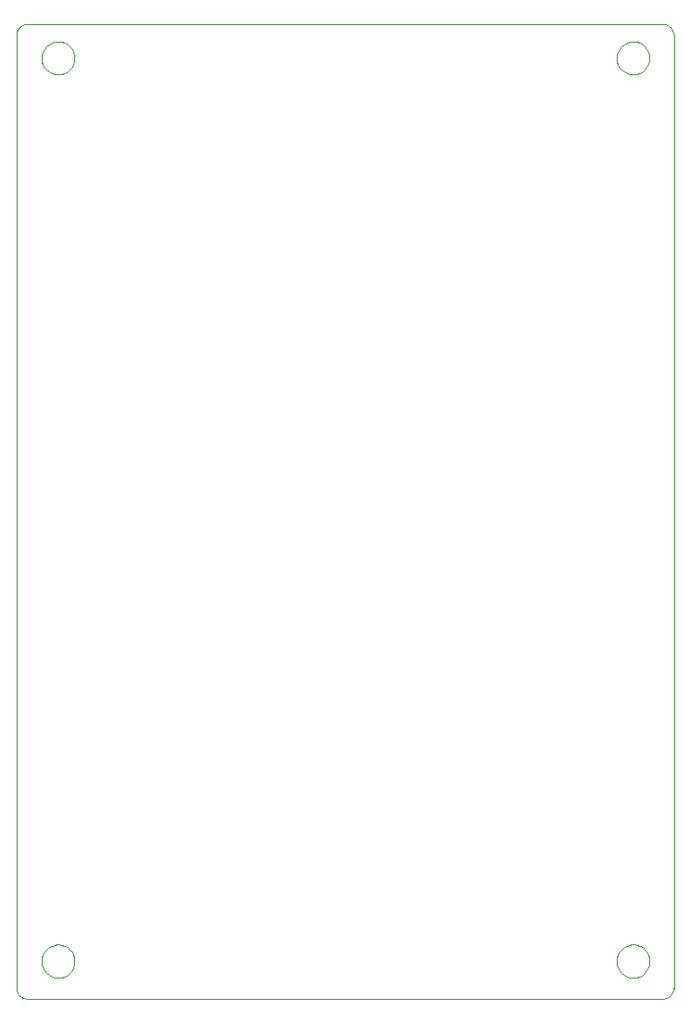
<source format=gbr>
%TF.GenerationSoftware,KiCad,Pcbnew,9.0.0*%
%TF.CreationDate,2025-03-19T15:52:08+01:00*%
%TF.ProjectId,SolarSynth_digilog,536f6c61-7253-4796-9e74-685f64696769,rev?*%
%TF.SameCoordinates,Original*%
%TF.FileFunction,Profile,NP*%
%FSLAX46Y46*%
G04 Gerber Fmt 4.6, Leading zero omitted, Abs format (unit mm)*
G04 Created by KiCad (PCBNEW 9.0.0) date 2025-03-19 15:52:08*
%MOMM*%
%LPD*%
G01*
G04 APERTURE LIST*
%TA.AperFunction,Profile*%
%ADD10C,0.050000*%
%TD*%
%TA.AperFunction,Profile*%
%ADD11C,0.100000*%
%TD*%
G04 APERTURE END LIST*
D10*
X147000000Y-118500000D02*
G75*
G02*
X146000000Y-119500000I-1000000J0D01*
G01*
X88000000Y-30500000D02*
X146000000Y-30500000D01*
X88000000Y-119500000D02*
X146000000Y-119500000D01*
X146000000Y-30500000D02*
G75*
G02*
X147000000Y-31500000I0J-1000000D01*
G01*
X87000000Y-31500000D02*
X87000000Y-118500000D01*
X88000000Y-119500000D02*
G75*
G02*
X87000000Y-118500000I0J1000000D01*
G01*
X87000000Y-31500000D02*
G75*
G02*
X88000000Y-30500000I1000000J0D01*
G01*
X147000000Y-31500000D02*
X147000000Y-118500000D01*
D11*
%TO.C,Ref\u002A\u002A*%
X89273902Y-33578410D02*
X89281682Y-33424300D01*
X89273902Y-116006750D02*
X89281682Y-115852650D01*
X89281682Y-33424300D02*
X89304522Y-33274640D01*
X89281682Y-33732520D02*
X89273902Y-33578410D01*
X89281682Y-115852650D02*
X89304522Y-115702950D01*
X89281682Y-116160850D02*
X89273902Y-116006750D01*
X89304522Y-33274640D02*
X89392352Y-32991720D01*
X89304522Y-33882170D02*
X89281682Y-33732520D01*
X89304522Y-115702950D02*
X89392352Y-115420050D01*
X89304522Y-116310450D02*
X89281682Y-116160850D01*
X89392352Y-32991720D02*
X89531322Y-32735690D01*
X89392352Y-34165100D02*
X89304522Y-33882170D01*
X89392352Y-115420050D02*
X89531322Y-115163950D01*
X89392352Y-116593450D02*
X89304522Y-116310450D01*
X89531322Y-32735690D02*
X89715372Y-32512620D01*
X89531322Y-34421130D02*
X89392352Y-34165100D01*
X89531322Y-115163950D02*
X89715372Y-114940950D01*
X89531322Y-116849450D02*
X89392352Y-116593450D01*
X89715372Y-32512620D02*
X89938442Y-32328570D01*
X89715372Y-34644200D02*
X89531322Y-34421130D01*
X89715372Y-114940950D02*
X89938442Y-114756850D01*
X89715372Y-117072550D02*
X89531322Y-116849450D01*
X89938442Y-32328570D02*
X90194472Y-32189600D01*
X89938442Y-34828250D02*
X89715372Y-34644200D01*
X89938442Y-114756850D02*
X90194472Y-114617950D01*
X89938442Y-117256550D02*
X89715372Y-117072550D01*
X90194472Y-32189600D02*
X90477392Y-32101780D01*
X90194472Y-34967220D02*
X89938442Y-34828250D01*
X90194472Y-114617950D02*
X90477392Y-114530050D01*
X90194472Y-117395550D02*
X89938442Y-117256550D01*
X90477392Y-32101780D02*
X90627052Y-32078940D01*
X90477392Y-35055040D02*
X90194472Y-34967220D01*
X90477392Y-114530050D02*
X90627052Y-114507250D01*
X90477392Y-117483350D02*
X90194472Y-117395550D01*
X90627052Y-32078940D02*
X90781162Y-32071150D01*
X90627052Y-35077880D02*
X90477392Y-35055040D01*
X90627052Y-114507250D02*
X90781162Y-114499450D01*
X90627052Y-117506150D02*
X90477392Y-117483350D01*
X90781162Y-32071150D02*
X91076582Y-32100380D01*
X90781162Y-35085660D02*
X90627052Y-35077880D01*
X90781162Y-114499450D02*
X91076582Y-114528650D01*
X90781162Y-117513950D02*
X90627052Y-117506150D01*
X91076582Y-32100380D02*
X91357962Y-32185890D01*
X91076582Y-35056430D02*
X90781162Y-35085660D01*
X91076582Y-114528650D02*
X91357962Y-114614150D01*
X91076582Y-117484750D02*
X90781162Y-117513950D01*
X91357962Y-32185890D02*
X91617382Y-32324390D01*
X91357962Y-34970930D02*
X91076582Y-35056430D01*
X91357962Y-114614150D02*
X91617382Y-114752650D01*
X91357962Y-117399250D02*
X91076582Y-117484750D01*
X91617382Y-32324390D02*
X91846952Y-32512620D01*
X91617382Y-34832430D02*
X91357962Y-34970930D01*
X91617382Y-114752650D02*
X91846952Y-114940950D01*
X91617382Y-117260750D02*
X91357962Y-117399250D01*
X91846952Y-32512620D02*
X92035182Y-32742180D01*
X91846952Y-34644200D02*
X91617382Y-34832430D01*
X91846952Y-114940950D02*
X92035182Y-115170450D01*
X91846952Y-117072550D02*
X91617382Y-117260750D01*
X92035182Y-32742180D02*
X92173682Y-33001610D01*
X92035182Y-34414630D02*
X91846952Y-34644200D01*
X92035182Y-115170450D02*
X92173682Y-115429950D01*
X92035182Y-116842950D02*
X91846952Y-117072550D01*
X92173682Y-33001610D02*
X92259182Y-33282980D01*
X92173682Y-34155210D02*
X92035182Y-34414630D01*
X92173682Y-115429950D02*
X92259182Y-115711250D01*
X92173682Y-116583550D02*
X92035182Y-116842950D01*
X92259182Y-33282980D02*
X92288412Y-33578410D01*
X92259182Y-33873830D02*
X92173682Y-34155210D01*
X92259182Y-115711250D02*
X92288412Y-116006750D01*
X92259182Y-116302150D02*
X92173682Y-116583550D01*
X92288412Y-33578410D02*
X92259182Y-33873830D01*
X92288412Y-33578410D02*
X92288412Y-33578410D01*
X92288412Y-33578410D02*
X92288412Y-33578410D01*
X92288412Y-116006750D02*
X92259182Y-116302150D01*
X92288412Y-116006750D02*
X92288412Y-116006750D01*
X92288412Y-116006750D02*
X92288412Y-116006750D01*
X141766892Y-33578410D02*
X141774592Y-33424300D01*
X141766892Y-116006750D02*
X141774592Y-115852650D01*
X141774592Y-33424300D02*
X141797492Y-33274640D01*
X141774592Y-33732520D02*
X141766892Y-33578410D01*
X141774592Y-115852650D02*
X141797492Y-115702950D01*
X141774592Y-116160850D02*
X141766892Y-116006750D01*
X141797492Y-33274640D02*
X141885292Y-32991720D01*
X141797492Y-33882170D02*
X141774592Y-33732520D01*
X141797492Y-115702950D02*
X141885292Y-115420050D01*
X141797492Y-116310450D02*
X141774592Y-116160850D01*
X141885292Y-32991720D02*
X142024292Y-32735690D01*
X141885292Y-34165100D02*
X141797492Y-33882170D01*
X141885292Y-115420050D02*
X142024292Y-115163950D01*
X141885292Y-116593450D02*
X141797492Y-116310450D01*
X142024292Y-32735690D02*
X142208292Y-32512620D01*
X142024292Y-34421130D02*
X141885292Y-34165100D01*
X142024292Y-115163950D02*
X142208292Y-114940950D01*
X142024292Y-116849450D02*
X141885292Y-116593450D01*
X142208292Y-32512620D02*
X142431392Y-32328570D01*
X142208292Y-34644200D02*
X142024292Y-34421130D01*
X142208292Y-114940950D02*
X142431392Y-114756850D01*
X142208292Y-117072550D02*
X142024292Y-116849450D01*
X142431392Y-32328570D02*
X142687392Y-32189600D01*
X142431392Y-34828250D02*
X142208292Y-34644200D01*
X142431392Y-114756850D02*
X142687392Y-114617950D01*
X142431392Y-117256550D02*
X142208292Y-117072550D01*
X142687392Y-32189600D02*
X142970292Y-32101780D01*
X142687392Y-34967220D02*
X142431392Y-34828250D01*
X142687392Y-114617950D02*
X142970292Y-114530050D01*
X142687392Y-117395550D02*
X142431392Y-117256550D01*
X142970292Y-32101780D02*
X143119992Y-32078940D01*
X142970292Y-35055040D02*
X142687392Y-34967220D01*
X142970292Y-114530050D02*
X143119992Y-114507250D01*
X142970292Y-117483350D02*
X142687392Y-117395550D01*
X143119992Y-32078940D02*
X143274092Y-32071150D01*
X143119992Y-35077880D02*
X142970292Y-35055040D01*
X143119992Y-114507250D02*
X143274092Y-114499450D01*
X143119992Y-117506150D02*
X142970292Y-117483350D01*
X143274092Y-32071150D02*
X143428192Y-32078940D01*
X143274092Y-35085660D02*
X143119992Y-35077880D01*
X143274092Y-114499450D02*
X143428192Y-114507250D01*
X143274092Y-117513950D02*
X143119992Y-117506150D01*
X143428192Y-32078940D02*
X143577892Y-32101780D01*
X143428192Y-114507250D02*
X143577892Y-114530050D01*
X143569492Y-35056430D02*
X143274092Y-35085660D01*
X143569492Y-117484750D02*
X143274092Y-117513950D01*
X143577892Y-32101780D02*
X143860792Y-32189600D01*
X143577892Y-114530050D02*
X143860792Y-114617950D01*
X143850892Y-34970930D02*
X143569492Y-35056430D01*
X143850892Y-117399250D02*
X143569492Y-117484750D01*
X143860792Y-32189600D02*
X144116792Y-32328570D01*
X143860792Y-114617950D02*
X144116792Y-114756850D01*
X144110292Y-34832430D02*
X143850892Y-34970930D01*
X144110292Y-117260750D02*
X143850892Y-117399250D01*
X144116792Y-32328570D02*
X144339892Y-32512620D01*
X144116792Y-114756850D02*
X144339892Y-114940950D01*
X144339892Y-32512620D02*
X144523892Y-32735690D01*
X144339892Y-34644200D02*
X144110292Y-34832430D01*
X144339892Y-114940950D02*
X144523892Y-115163950D01*
X144339892Y-117072550D02*
X144110292Y-117260750D01*
X144523892Y-32735690D02*
X144662892Y-32991720D01*
X144523892Y-115163950D02*
X144662892Y-115420050D01*
X144528092Y-34414630D02*
X144339892Y-34644200D01*
X144528092Y-116842950D02*
X144339892Y-117072550D01*
X144662892Y-32991720D02*
X144750692Y-33274640D01*
X144662892Y-115420050D02*
X144750692Y-115702950D01*
X144666592Y-34155210D02*
X144528092Y-34414630D01*
X144666592Y-116583550D02*
X144528092Y-116842950D01*
X144750692Y-33274640D02*
X144773592Y-33424300D01*
X144750692Y-115702950D02*
X144773592Y-115852650D01*
X144752092Y-33873830D02*
X144666592Y-34155210D01*
X144752092Y-116302150D02*
X144666592Y-116583550D01*
X144773592Y-33424300D02*
X144781392Y-33578410D01*
X144773592Y-115852650D02*
X144781392Y-116006750D01*
X144781392Y-33578410D02*
X144752092Y-33873830D01*
X144781392Y-33578410D02*
X144781392Y-33578410D01*
X144781392Y-33578410D02*
X144781392Y-33578410D01*
X144781392Y-116006750D02*
X144752092Y-116302150D01*
X144781392Y-116006750D02*
X144781392Y-116006750D01*
X144781392Y-116006750D02*
X144781392Y-116006750D01*
%TD*%
M02*

</source>
